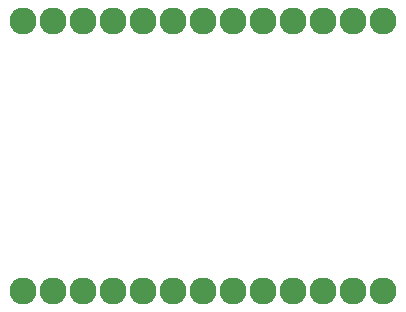
<source format=gbs>
G04 #@! TF.FileFunction,Soldermask,Bot*
%FSLAX46Y46*%
G04 Gerber Fmt 4.6, Leading zero omitted, Abs format (unit mm)*
G04 Created by KiCad (PCBNEW 4.0.0-stable) date 2016 May 25, Wednesday 08:29:24*
%MOMM*%
G01*
G04 APERTURE LIST*
%ADD10C,0.100000*%
%ADD11C,2.279600*%
G04 APERTURE END LIST*
D10*
D11*
X133350000Y-93980000D03*
X135890000Y-93980000D03*
X138430000Y-93980000D03*
X140970000Y-93980000D03*
X143510000Y-93980000D03*
X146050000Y-93980000D03*
X148590000Y-93980000D03*
X151130000Y-93980000D03*
X153670000Y-93980000D03*
X156210000Y-93980000D03*
X158750000Y-93980000D03*
X161290000Y-93980000D03*
X163830000Y-93980000D03*
X163830000Y-116840000D03*
X161290000Y-116840000D03*
X158750000Y-116840000D03*
X156210000Y-116840000D03*
X153670000Y-116840000D03*
X151130000Y-116840000D03*
X148590000Y-116840000D03*
X146050000Y-116840000D03*
X143510000Y-116840000D03*
X140970000Y-116840000D03*
X138430000Y-116840000D03*
X135890000Y-116840000D03*
X133350000Y-116840000D03*
M02*

</source>
